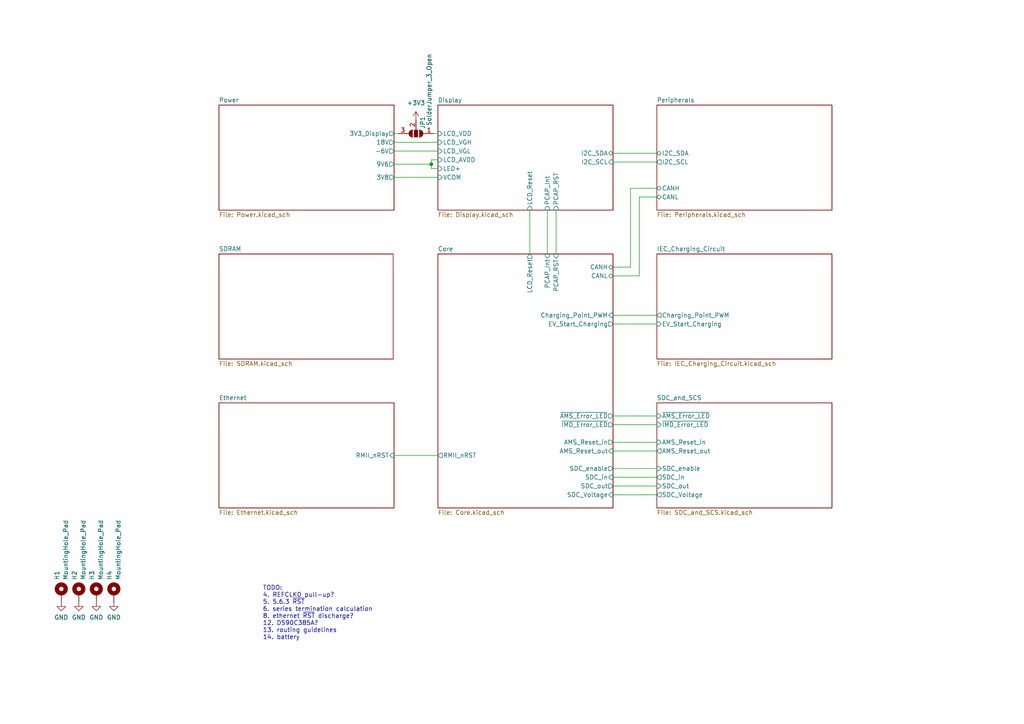
<source format=kicad_sch>
(kicad_sch (version 20250114) (generator "eeschema") (generator_version "9.0")
  (paper "A4")
  (lib_symbols
    (symbol "Jumper:SolderJumper_3_Open" (pin_names (offset 0) (hide yes)) (exclude_from_sim yes) (in_bom no)
      (property "Reference" "JP" (at -2.54 -2.54 0))
      (property "Value" "SolderJumper_3_Open" (at 0 2.794 0))
      (symbol "SolderJumper_3_Open_0_1"
        (polyline (pts (xy -2.54 0) (xy -2.032 0)))
        (polyline (pts (xy -1.016 1.016) (xy -1.016 -1.016)))
        (arc (start -1.016 -1.016) (mid -2.0276 0) (end -1.016 1.016))
        (arc (start -1.016 -1.016) (mid -2.0276 0) (end -1.016 1.016) (fill (type outline)))
        (rectangle (start -0.508 1.016) (end 0.508 -1.016) (fill (type outline)))
        (polyline (pts (xy 0 -1.27) (xy 0 -1.016)))
        (arc (start 1.016 1.016) (mid 2.0276 0) (end 1.016 -1.016))
        (arc (start 1.016 1.016) (mid 2.0276 0) (end 1.016 -1.016) (fill (type outline)))
        (polyline (pts (xy 1.016 1.016) (xy 1.016 -1.016)))
        (polyline (pts (xy 2.54 0) (xy 2.032 0)))
      )
      (symbol "SolderJumper_3_Open_1_1"
        (pin passive line (at -5.08 0 0) (length 2.54) (name "A") (number "1"))
        (pin passive line (at 0 -3.81 90) (length 2.54) (name "C") (number "2"))
        (pin passive line (at 5.08 0 180) (length 2.54) (name "B") (number "3"))
      )
    )
    (symbol "Mechanical:MountingHole_Pad" (pin_numbers (hide yes)) (pin_names (offset 1.016) (hide yes)) (in_bom no)
      (property "Reference" "H" (at 0 6.35 0))
      (property "Value" "MountingHole_Pad" (at 0 4.445 0))
      (symbol "MountingHole_Pad_0_1"
        (circle (center 0 1.27) (radius 1.27) (stroke (width 1.27)))
      )
      (symbol "MountingHole_Pad_1_1"
        (pin input line (at 0 -2.54 90) (length 2.54) (name "1") (number "1"))
      )
    )
    (symbol "power:+3V3" (power) (pin_numbers (hide yes)) (pin_names (offset 0) (hide yes))
      (property "Value" "+3V3" (at 0 3.556 0))
      (symbol "+3V3_0_1"
        (polyline (pts (xy -0.762 1.27) (xy 0 2.54)))
        (polyline (pts (xy 0 2.54) (xy 0.762 1.27)))
        (polyline (pts (xy 0 0) (xy 0 2.54)))
      )
      (symbol "+3V3_1_1"
        (pin power_in line (at 0 0 90) (length 0) (name "~") (number "1"))
      )
    )
    (symbol "power:GND" (power) (pin_numbers (hide yes)) (pin_names (offset 0) (hide yes))
      (property "Value" "GND" (at 0 -3.81 0))
      (symbol "GND_0_1"
        (polyline (pts (xy 0 0) (xy 0 -1.27) (xy 1.27 -1.27) (xy 0 -2.54) (xy -1.27 -1.27) (xy 0 -1.27)))
      )
      (symbol "GND_1_1"
        (pin power_in line (at 0 0 270) (length 0) (name "~") (number "1"))
      )
    )
  )
  (text "TODO:\n4. REFCLK0 pull-up?\n5. 5.6.3 ~{RST}\n6. series termination calculation\n8. ethernet ~{RST} discharge?\n12. DS90C385A?\n13. routing guidelines\n14. battery" (at 76.2 177.8 0) (effects (font (size 1.27 1.27)) (justify left)))
  (junction (at 125.095 47.625))
  (wire (pts (xy 177.8 44.45) (xy 190.5 44.45)))
  (wire (pts (xy 177.8 46.99) (xy 190.5 46.99)))
  (wire (pts (xy 177.8 93.98) (xy 190.5 93.98)))
  (wire (pts (xy 177.8 130.81) (xy 190.5 130.81)))
  (wire (pts (xy 182.88 54.61) (xy 190.5 54.61)))
  (wire (pts (xy 190.5 57.15) (xy 185.42 57.15)))
  (wire (pts (xy 114.3 132.08) (xy 127 132.08)))
  (wire (pts (xy 114.3 47.625) (xy 125.095 47.625)))
  (wire (pts (xy 177.8 91.44) (xy 190.5 91.44)))
  (wire (pts (xy 125.095 46.355) (xy 125.095 47.625)))
  (wire (pts (xy 177.8 120.65) (xy 190.5 120.65)))
  (wire (pts (xy 177.8 77.47) (xy 182.88 77.47)))
  (wire (pts (xy 177.8 138.43) (xy 190.5 138.43)))
  (wire (pts (xy 114.3 38.735) (xy 115.57 38.735)))
  (wire (pts (xy 114.3 43.815) (xy 127 43.815)))
  (wire (pts (xy 127 46.355) (xy 125.095 46.355)))
  (wire (pts (xy 177.8 140.97) (xy 190.5 140.97)))
  (wire (pts (xy 182.88 77.47) (xy 182.88 54.61)))
  (wire (pts (xy 114.3 51.435) (xy 127 51.435)))
  (wire (pts (xy 177.8 135.89) (xy 190.5 135.89)))
  (wire (pts (xy 185.42 80.01) (xy 177.8 80.01)))
  (wire (pts (xy 153.67 60.96) (xy 153.67 73.66)))
  (wire (pts (xy 185.42 57.15) (xy 185.42 80.01)))
  (wire (pts (xy 125.095 48.895) (xy 127 48.895)))
  (wire (pts (xy 158.75 60.96) (xy 158.75 73.66)))
  (wire (pts (xy 161.29 60.96) (xy 161.29 73.66)))
  (wire (pts (xy 177.8 143.51) (xy 190.5 143.51)))
  (wire (pts (xy 114.3 41.275) (xy 127 41.275)))
  (wire (pts (xy 125.095 47.625) (xy 125.095 48.895)))
  (wire (pts (xy 177.8 123.19) (xy 190.5 123.19)))
  (wire (pts (xy 125.73 38.735) (xy 127 38.735)))
  (wire (pts (xy 177.8 128.27) (xy 190.5 128.27)))
  (symbol (lib_id "Mechanical:MountingHole_Pad") (at 27.94 172.085 0) (unit 1) (in_bom no)
    (property "Reference" "H3" (at 26.67 168.275 90) (effects (justify left)))
    (property "Value" "MountingHole_Pad" (at 29.21 168.275 90) (effects (justify left)))
    (property "Footprint" "MountingHole:MountingHole_3.2mm_M3_ISO14580_Pad_TopBottom" (effects (hide yes)))
    (property "Description" "Mounting Hole with connection" (effects (hide yes)))
  )
  (symbol (lib_id "Mechanical:MountingHole_Pad") (at 17.78 172.085 0) (unit 1) (in_bom no)
    (property "Reference" "H1" (at 16.51 168.275 90) (effects (justify left)))
    (property "Value" "MountingHole_Pad" (at 19.05 168.275 90) (effects (justify left)))
    (property "Footprint" "MountingHole:MountingHole_3.2mm_M3_ISO14580_Pad_TopBottom" (effects (hide yes)))
    (property "Description" "Mounting Hole with connection" (effects (hide yes)))
  )
  (symbol (lib_id "Mechanical:MountingHole_Pad") (at 22.86 172.085 0) (unit 1) (in_bom no)
    (property "Reference" "H2" (at 21.59 168.275 90) (effects (justify left)))
    (property "Value" "MountingHole_Pad" (at 24.13 168.275 90) (effects (justify left)))
    (property "Footprint" "MountingHole:MountingHole_3.2mm_M3_ISO14580_Pad_TopBottom" (effects (hide yes)))
    (property "Description" "Mounting Hole with connection" (effects (hide yes)))
  )
  (symbol (lib_id "power:GND") (at 33.02 174.625 0) (unit 1)
    (property "Reference" "#PWR0216" (effects (hide yes)))
    (property "Value" "GND" (at 33.02 179.07 0))
    (property "Description" "Power symbol creates a global label with name \"GND\" , ground" (effects (hide yes)))
  )
  (symbol (lib_id "Mechanical:MountingHole_Pad") (at 33.02 172.085 0) (unit 1) (in_bom no)
    (property "Reference" "H4" (at 31.75 168.275 90) (effects (justify left)))
    (property "Value" "MountingHole_Pad" (at 34.29 168.275 90) (effects (justify left)))
    (property "Footprint" "MountingHole:MountingHole_3.2mm_M3_ISO14580_Pad_TopBottom" (effects (hide yes)))
    (property "Description" "Mounting Hole with connection" (effects (hide yes)))
  )
  (symbol (lib_id "Jumper:SolderJumper_3_Open") (at 120.65 38.735 180) (unit 1) (in_bom no)
    (property "Reference" "JP1" (at 122.555 35.56 90))
    (property "Value" "SolderJumper_3_Open" (at 124.46 26.035 90))
    (property "Footprint" "Jumper:SolderJumper-3_P1.3mm_Open_RoundedPad1.0x1.5mm" (effects (hide yes)))
    (property "Description" "Solder Jumper, 3-pole, open" (effects (hide yes)))
  )
  (symbol (lib_id "power:GND") (at 22.86 174.625 0) (unit 1)
    (property "Reference" "#PWR0214" (effects (hide yes)))
    (property "Value" "GND" (at 22.86 179.07 0))
    (property "Description" "Power symbol creates a global label with name \"GND\" , ground" (effects (hide yes)))
  )
  (symbol (lib_id "power:GND") (at 17.78 174.625 0) (unit 1)
    (property "Reference" "#PWR0213" (effects (hide yes)))
    (property "Value" "GND" (at 17.78 179.07 0))
    (property "Description" "Power symbol creates a global label with name \"GND\" , ground" (effects (hide yes)))
  )
  (symbol (lib_id "power:GND") (at 27.94 174.625 0) (unit 1)
    (property "Reference" "#PWR0215" (effects (hide yes)))
    (property "Value" "GND" (at 27.94 179.07 0))
    (property "Description" "Power symbol creates a global label with name \"GND\" , ground" (effects (hide yes)))
  )
  (symbol (lib_id "power:+3V3") (at 120.65 34.925 0) (unit 1)
    (property "Reference" "#PWR01" (effects (hide yes)))
    (property "Value" "+3V3" (at 120.65 29.845 0))
    (property "Description" "Power symbol creates a global label with name \"+3V3\"" (effects (hide yes)))
  )
  (sheet (at 63.5 73.66) (size 50.546 30.48) (stroke (width 0.1524))
    (property "Sheetname" "SDRAM" (at 63.5 72.9484 0) (effects (justify left bottom)))
    (property "Sheetfile" "SDRAM.kicad_sch" (at 63.5 104.7246 0) (effects (justify left top)))
  )
  (sheet (at 127 30.48) (size 50.8 30.48) (stroke (width 0.1524))
    (property "Sheetname" "Display" (at 127 29.7684 0) (effects (justify left bottom)))
    (property "Sheetfile" "Display.kicad_sch" (at 127 61.5446 0) (effects (justify left top)))
    (pin "VCOM" input (at 127 51.435 180))
    (pin "LCD_VDD" input (at 127 38.735 180))
    (pin "LED+" input (at 127 48.895 180))
    (pin "I2C_SCL" input (at 177.8 46.99 0))
    (pin "PCAP_Int" input (at 158.75 60.96 270))
    (pin "I2C_SDA" bidirectional (at 177.8 44.45 0))
    (pin "PCAP_RST" input (at 161.29 60.96 270))
    (pin "LCD_VGH" input (at 127 41.275 180))
    (pin "LCD_VGL" input (at 127 43.815 180))
    (pin "LCD_AVDD" input (at 127 46.355 180))
    (pin "LCD_Reset" input (at 153.67 60.96 270))
  )
  (sheet (at 127 73.66) (size 50.8 73.66) (stroke (width 0.1524))
    (property "Sheetname" "Core" (at 127 72.9484 0) (effects (justify left bottom)))
    (property "Sheetfile" "Core.kicad_sch" (at 127 147.9046 0) (effects (justify left top)))
    (pin "PCAP_RST" input (at 161.29 73.66 90))
    (pin "PCAP_Int" input (at 158.75 73.66 90))
    (pin "~{AMS_Error_LED}" output (at 177.8 120.65 0))
    (pin "~{IMD_Error_LED}" output (at 177.8 123.19 0))
    (pin "SDC_enable" output (at 177.8 135.89 0))
    (pin "AMS_Reset_out" input (at 177.8 130.81 0))
    (pin "SDC_Voltage" input (at 177.8 143.51 0))
    (pin "SDC_in" input (at 177.8 138.43 0))
    (pin "SDC_out" output (at 177.8 140.97 0))
    (pin "AMS_Reset_in" output (at 177.8 128.27 0))
    (pin "EV_Start_Charging" output (at 177.8 93.98 0))
    (pin "Charging_Point_PWM" input (at 177.8 91.44 0))
    (pin "LCD_Reset" output (at 153.67 73.66 90))
    (pin "RMII_nRST" output (at 127 132.08 180))
    (pin "CANH" bidirectional (at 177.8 77.47 0))
    (pin "CANL" bidirectional (at 177.8 80.01 0))
  )
  (sheet (at 63.5 116.84) (size 50.8 30.48) (stroke (width 0.1524))
    (property "Sheetname" "Ethernet" (at 63.5 116.1284 0) (effects (justify left bottom)))
    (property "Sheetfile" "Ethernet.kicad_sch" (at 63.5 147.9046 0) (effects (justify left top)))
    (pin "RMII_nRST" input (at 114.3 132.08 0))
  )
  (sheet (at 190.5 116.84) (size 50.8 30.48) (stroke (width 0.1524))
    (property "Sheetname" "SDC_and_SCS" (at 190.5 116.1284 0) (effects (justify left bottom)))
    (property "Sheetfile" "SDC_and_SCS.kicad_sch" (at 190.5 147.9046 0) (effects (justify left top)))
    (pin "~{IMD_Error_LED}" input (at 190.5 123.19 180))
    (pin "~{AMS_Error_LED}" input (at 190.5 120.65 180))
    (pin "AMS_Reset_in" input (at 190.5 128.27 180))
    (pin "AMS_Reset_out" output (at 190.5 130.81 180))
    (pin "SDC_enable" input (at 190.5 135.89 180))
    (pin "SDC_in" output (at 190.5 138.43 180))
    (pin "SDC_Voltage" output (at 190.5 143.51 180))
    (pin "SDC_out" input (at 190.5 140.97 180))
  )
  (sheet (at 190.5 30.48) (size 50.8 30.48) (stroke (width 0.1524))
    (property "Sheetname" "Peripherals" (at 190.5 29.7684 0) (effects (justify left bottom)))
    (property "Sheetfile" "Peripherals.kicad_sch" (at 190.5 61.5446 0) (effects (justify left top)))
    (pin "I2C_SDA" bidirectional (at 190.5 44.45 180))
    (pin "I2C_SCL" output (at 190.5 46.99 180))
    (pin "CANL" bidirectional (at 190.5 57.15 180))
    (pin "CANH" bidirectional (at 190.5 54.61 180))
  )
  (sheet (at 190.5 73.66) (size 50.8 30.48) (stroke (width 0.1524))
    (property "Sheetname" "IEC_Charging_Circuit" (at 190.5 72.9484 0) (effects (justify left bottom)))
    (property "Sheetfile" "IEC_Charging_Circuit.kicad_sch" (at 190.5 104.7246 0) (effects (justify left top)))
    (pin "Charging_Point_PWM" output (at 190.5 91.44 180))
    (pin "EV_Start_Charging" input (at 190.5 93.98 180))
  )
  (sheet (at 63.5 30.48) (size 50.8 30.48) (stroke (width 0.1524))
    (property "Sheetname" "Power" (at 63.5 29.7684 0) (effects (justify left bottom)))
    (property "Sheetfile" "Power.kicad_sch" (at 63.5 61.5446 0) (effects (justify left top)))
    (pin "3V3_Display" output (at 114.3 38.735 0))
    (pin "3V8" output (at 114.3 51.435 0))
    (pin "18V" output (at 114.3 41.275 0))
    (pin "-6V" output (at 114.3 43.815 0))
    (pin "9V6" output (at 114.3 47.625 0))
  )
)
</source>
